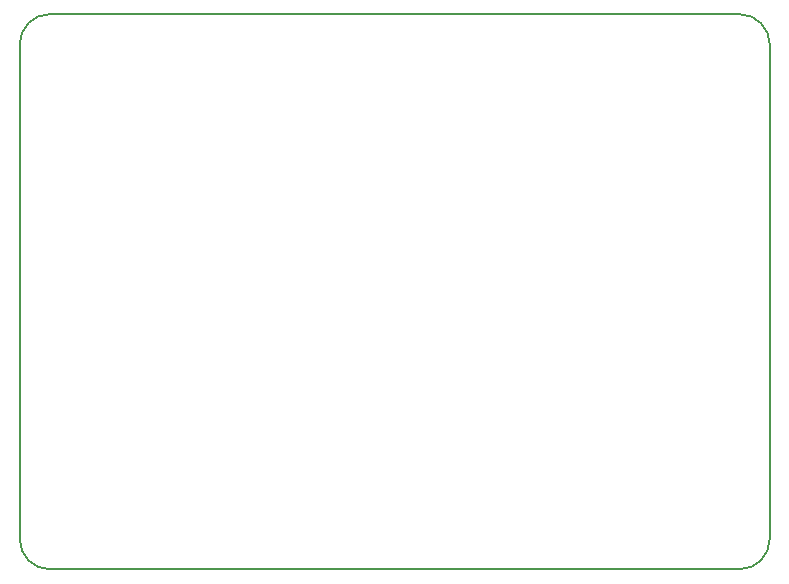
<source format=gbr>
G04 #@! TF.GenerationSoftware,KiCad,Pcbnew,(5.0.2)-1*
G04 #@! TF.CreationDate,2020-03-04T16:34:23-06:00*
G04 #@! TF.ProjectId,TM4C129-Breakout_Hardware,544d3443-3132-4392-9d42-7265616b6f75,rev?*
G04 #@! TF.SameCoordinates,Original*
G04 #@! TF.FileFunction,Profile,NP*
%FSLAX46Y46*%
G04 Gerber Fmt 4.6, Leading zero omitted, Abs format (unit mm)*
G04 Created by KiCad (PCBNEW (5.0.2)-1) date 3/4/2020 4:34:23 PM*
%MOMM*%
%LPD*%
G01*
G04 APERTURE LIST*
%ADD10C,0.150000*%
G04 APERTURE END LIST*
D10*
X190500000Y-128270000D02*
G75*
G02X187960000Y-130810000I-2540000J0D01*
G01*
X190500000Y-86360000D02*
X190500000Y-128270000D01*
X187960000Y-83820000D02*
G75*
G02X190500000Y-86360000I0J-2540000D01*
G01*
X129540000Y-130810000D02*
G75*
G02X127000000Y-128270000I0J2540000D01*
G01*
X127000000Y-86360000D02*
G75*
G02X129540000Y-83820000I2540000J0D01*
G01*
X187960000Y-130810000D02*
X129540000Y-130810000D01*
X127000000Y-86360000D02*
X127000000Y-128270000D01*
X129540000Y-83820000D02*
X187960000Y-83820000D01*
M02*

</source>
